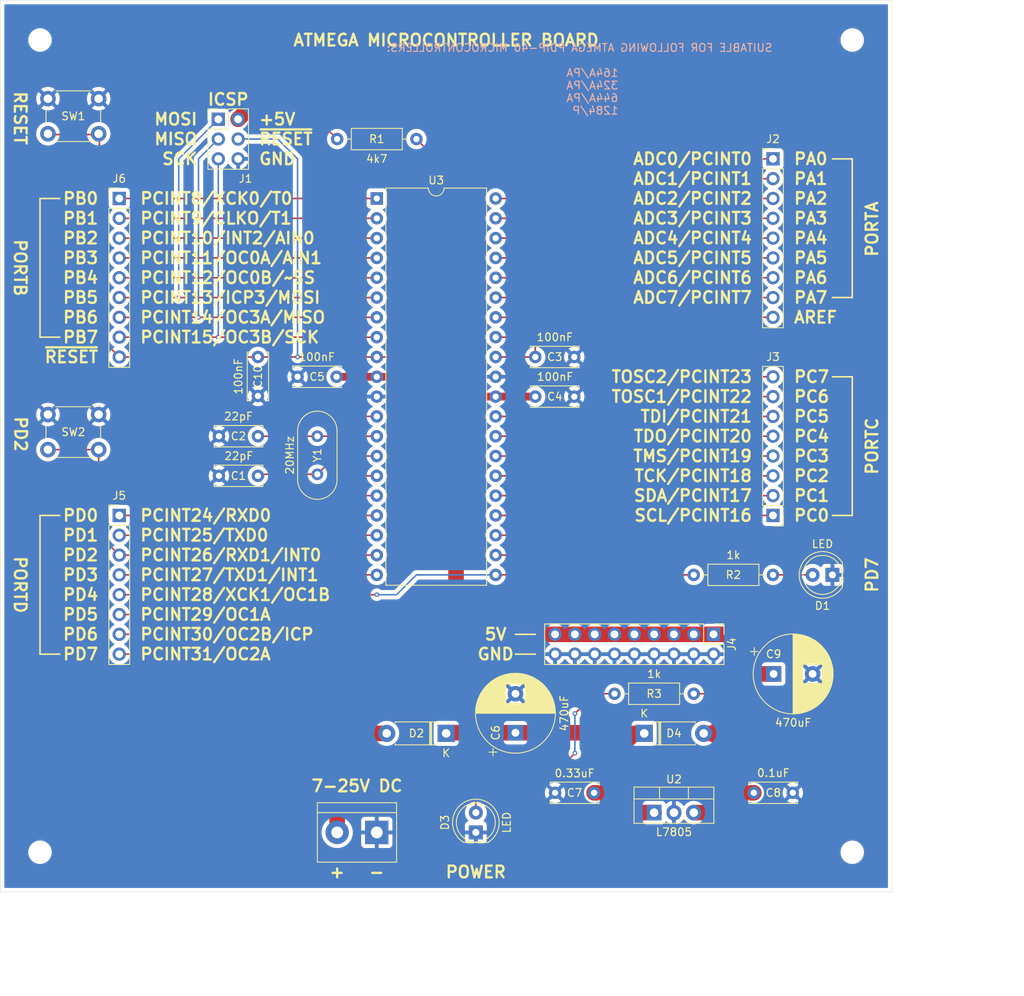
<source format=kicad_pcb>
(kicad_pcb (version 20240108) (generator "pcbnew") (generator_version "8.0")
  (title_block (title "ATmega PDIP-40 microcontroller board") (date "2024-11-01") (rev "A"))
  (layers (0 "F.Cu" signal) (31 "B.Cu" signal) (34 "B.Paste" user) (35 "F.Paste" user) (36 "B.SilkS" user "B.Silkscreen") (37 "F.SilkS" user "F.Silkscreen") (38 "B.Mask" user) (39 "F.Mask" user) (44 "Edge.Cuts" user))
  (net 0 "")
  (net 1 "+5V")
  (net 2 "GND")
  (net 3 "Net-(J1-Pin_1)")
  (net 4 "Net-(J1-Pin_3)")
  (net 5 "Net-(J1-Pin_4)")
  (net 6 "Net-(J1-Pin_5)")
  (net 7 "Net-(D1-A)")
  (net 8 "Net-(J3-Pin_1)")
  (net 9 "Net-(J3-Pin_2)")
  (net 10 "Net-(J3-Pin_3)")
  (net 11 "Net-(J3-Pin_4)")
  (net 12 "Net-(J3-Pin_5)")
  (net 13 "Net-(J3-Pin_6)")
  (net 14 "Net-(J3-Pin_7)")
  (net 15 "Net-(J3-Pin_8)")
  (net 16 "Net-(D2-A)")
  (net 17 "Net-(J2-Pin_9)")
  (net 18 "Net-(J5-Pin_8)")
  (net 19 "Net-(J5-Pin_7)")
  (net 20 "Net-(J5-Pin_6)")
  (net 21 "Net-(J6-Pin_5)")
  (net 22 "Net-(J6-Pin_4)")
  (net 23 "Net-(J6-Pin_3)")
  (net 24 "Net-(J6-Pin_2)")
  (net 25 "Net-(J5-Pin_1)")
  (net 26 "Net-(J5-Pin_2)")
  (net 27 "Net-(J5-Pin_3)")
  (net 28 "Net-(J5-Pin_4)")
  (net 29 "Net-(J5-Pin_5)")
  (net 30 "Net-(J6-Pin_1)")
  (net 31 "Net-(D2-K)")
  (net 32 "Net-(D3-A)")
  (net 33 "Net-(J2-Pin_1)")
  (net 34 "Net-(J2-Pin_2)")
  (net 35 "Net-(J2-Pin_3)")
  (net 36 "Net-(J2-Pin_4)")
  (net 37 "Net-(J2-Pin_5)")
  (net 38 "Net-(J2-Pin_6)")
  (net 39 "Net-(J2-Pin_7)")
  (net 40 "Net-(J2-Pin_8)")
  (net 41 "Net-(U3-XTAL1)")
  (net 42 "Net-(U3-XTAL2)")
  (footprint "Package_DIP:DIP-40_W15.24mm" (layer "F.Cu") (at 73.66 50.8)
    (property "Reference" "U3")
    (property "Value" "ATMEGA644PA" (hide yes))
  )
  (footprint "Diode_THT:D_DO-41_SOD81_P7.62mm_Horizontal" (layer "F.Cu") (at 107.95 119.38)
    (property "Reference" "D4")
    (property "Value" "D" (hide yes))
  )
  (footprint "MountingHole:MountingHole_2.5mm" (layer "F.Cu") (at 30.48 30.48)
    (property "Reference" "H1" (hide yes))
    (property "Value" "MountingHole" (hide yes))
  )
  (footprint "Package_TO_SOT_THT:TO-220-3_Vertical" (layer "F.Cu") (at 109.22 129.54)
    (property "Reference" "U2")
    (property "Value" "L7805")
  )
  (footprint "MountingHole:MountingHole_2.5mm" (layer "F.Cu") (at 30.48 134.62)
    (property "Reference" "H3" (hide yes))
    (property "Value" "MountingHole" (hide yes))
  )
  (footprint "MountingHole:MountingHole_2.5mm" (layer "F.Cu") (at 134.62 134.62)
    (property "Reference" "H4" (hide yes))
    (property "Value" "MountingHole" (hide yes))
  )
  (footprint "Button_Switch_THT:SW_PUSH_6mm" (layer "F.Cu") (at 31.5 38)
    (property "Reference" "SW1" (hide yes))
    (property "Value" "RESET" (hide yes))
  )
  (footprint "Capacitor_THT:C_Disc_D6.0mm_W2.5mm_P5.00mm" (layer "F.Cu") (at 101.52 127 180)
    (property "Reference" "C7")
    (property "Value" "0.33uF")
  )
  (footprint "Resistor_THT:R_Axial_DIN0207_L6.3mm_D2.5mm_P10.16mm_Horizontal" (layer "F.Cu") (at 114.3 114.3 180)
    (property "Reference" "R3")
    (property "Value" "1k")
  )
  (footprint "Capacitor_THT:C_Disc_D6.0mm_W2.5mm_P5.00mm" (layer "F.Cu") (at 122 127)
    (property "Reference" "C8")
    (property "Value" "0.1uF")
  )
  (footprint "Capacitor_THT:C_Disc_D6.0mm_W2.5mm_P5.00mm" (layer "F.Cu") (at 58.42 81.28 180)
    (property "Reference" "C2")
    (property "Value" "22pF")
  )
  (footprint "Capacitor_THT:C_Disc_D6.0mm_W2.5mm_P5.00mm" (layer "F.Cu") (at 98.98 76.2 180)
    (property "Reference" "C4")
    (property "Value" "100nF")
  )
  (footprint "MountingHole:MountingHole_2.5mm" (layer "F.Cu") (at 134.62 30.48)
    (property "Reference" "H2" (hide yes))
    (property "Value" "MountingHole" (hide yes))
  )
  (footprint "LED_THT:LED_D5.0mm" (layer "F.Cu") (at 132.08 99.06 180)
    (property "Reference" "D1")
    (property "Value" "LED")
  )
  (footprint "Crystal:Crystal_HC49-U_Vertical" (layer "F.Cu") (at 66.04 81.28 -90)
    (property "Reference" "Y1")
    (property "Value" "20MHz")
  )
  (footprint "LED_THT:LED_D5.0mm" (layer "F.Cu") (at 86.36 132.08 90)
    (property "Reference" "D3")
    (property "Value" "LED")
  )
  (footprint "Resistor_THT:R_Axial_DIN0207_L6.3mm_D2.5mm_P10.16mm_Horizontal" (layer "F.Cu") (at 68.58 43.18)
    (property "Reference" "R1")
    (property "Value" "4k7")
  )
  (footprint "Connector_PinHeader_2.54mm:PinHeader_1x09_P2.54mm_Vertical" (layer "F.Cu") (at 40.64 50.8)
    (property "Reference" "J6")
    (property "Value" "Conn_01x09" (hide yes))
  )
  (footprint "Capacitor_THT:CP_Radial_D10.0mm_P5.00mm" (layer "F.Cu") (at 124.54 111.76)
    (property "Reference" "C9")
    (property "Value" "470uF")
  )
  (footprint "Connector_PinHeader_2.54mm:PinHeader_1x08_P2.54mm_Vertical" (layer "F.Cu") (at 124.46 91.44 180)
    (property "Reference" "J3")
    (property "Value" "Conn_01x08_Pin" (hide yes))
  )
  (footprint "Resistor_THT:R_Axial_DIN0207_L6.3mm_D2.5mm_P10.16mm_Horizontal" (layer "F.Cu") (at 114.3 99.06)
    (property "Reference" "R2")
    (property "Value" "1k")
  )
  (footprint "TerminalBlock:TerminalBlock_bornier-2_P5.08mm" (layer "F.Cu") (at 73.66 132.08 180)
    (property "Reference" "J8" (hide yes))
    (property "Value" "Screw_Terminal_01x02" (hide yes))
  )
  (footprint "Connector_PinHeader_2.54mm:PinHeader_2x03_P2.54mm_Vertical" (layer "F.Cu") (at 53.34 40.64)
    (property "Reference" "J1")
    (property "Value" "Conn_02x03_Odd_Even" (hide yes))
  )
  (footprint "Capacitor_THT:C_Disc_D6.0mm_W2.5mm_P5.00mm" (layer "F.Cu") (at 58.42 86.36 180)
    (property "Reference" "C1")
    (property "Value" "22pF")
  )
  (footprint "Capacitor_THT:C_Disc_D6.0mm_W2.5mm_P5.00mm" (layer "F.Cu") (at 63.5 73.66)
    (property "Reference" "C5")
    (property "Value" "100nF")
  )
  (footprint "Connector_PinHeader_2.54mm:PinHeader_2x09_P2.54mm_Vertical" (layer "F.Cu") (at 116.84 106.68 -90)
    (property "Reference" "J4")
    (property "Value" "Conn_02x09_Odd_Even" (hide yes))
  )
  (footprint "Diode_THT:D_DO-41_SOD81_P7.62mm_Horizontal" (layer "F.Cu") (at 82.55 119.38 180)
    (property "Reference" "D2")
    (property "Value" "D" (hide yes))
  )
  (footprint "Capacitor_THT:C_Disc_D6.0mm_W2.5mm_P5.00mm" (layer "F.Cu") (at 58.42 71.12 -90)
    (property "Reference" "C10" (hide yes))
    (property "Value" "100nF")
  )
  (footprint "Capacitor_THT:C_Disc_D6.0mm_W2.5mm_P5.00mm" (layer "F.Cu") (at 93.98 71.12)
    (property "Reference" "C3")
    (property "Value" "100nF")
  )
  (footprint "Connector_PinHeader_2.54mm:PinHeader_1x08_P2.54mm_Vertical" (layer "F.Cu") (at 40.64 91.44)
    (property "Reference" "J5")
    (property "Value" "Conn_01x08_Pin" (hide yes))
  )
  (footprint "Connector_PinHeader_2.54mm:PinHeader_1x09_P2.54mm_Vertical" (layer "F.Cu") (at 124.46 45.72)
    (property "Reference" "J2")
    (property "Value" "Conn_01x09" (hide yes))
  )
  (footprint "Button_Switch_THT:SW_PUSH_6mm" (layer "F.Cu") (at 38 83 180)
    (property "Reference" "SW2" (hide yes))
    (property "Value" "PD2" (hide yes))
  )
  (footprint "Capacitor_THT:CP_Radial_D10.0mm_P5.00mm" (layer "F.Cu") (at 91.44 119.3 90)
    (property "Reference" "C6")
    (property "Value" "470uF")
  )
  (gr_line (start 93.98 109.22) (end 91.44 109.22) (stroke (width 0.2)) (layer "F.SilkS"))
  (gr_line (start 93.98 106.68) (end 91.44 106.68) (stroke (width 0.2)) (layer "F.SilkS"))
  (gr_line (start 30.48 50.8) (end 33.02 50.8) (stroke (width 0.2)) (layer "F.SilkS"))
  (gr_line (start 30.48 91.44) (end 30.48 109.22) (stroke (width 0.2)) (layer "F.SilkS"))
  (gr_line (start 134.62 45.72) (end 132.08 45.72) (stroke (width 0.2)) (layer "F.SilkS"))
  (gr_line (start 134.62 45.72) (end 134.62 63.5) (stroke (width 0.2)) (layer "F.SilkS"))
  (gr_line (start 134.62 73.66) (end 134.62 91.44) (stroke (width 0.2)) (layer "F.SilkS"))
  (gr_line (start 30.48 50.8) (end 30.48 68.58) (stroke (width 0.2)) (layer "F.SilkS"))
  (gr_line (start 134.62 91.44) (end 132.08 91.44) (stroke (width 0.2)) (layer "F.SilkS"))
  (gr_line (start 134.62 73.66) (end 132.08 73.66) (stroke (width 0.2)) (layer "F.SilkS"))
  (gr_line (start 30.48 91.44) (end 33.02 91.44) (stroke (width 0.2)) (layer "F.SilkS"))
  (gr_line (start 134.62 63.5) (end 132.08 63.5) (stroke (width 0.2)) (layer "F.SilkS"))
  (gr_line (start 30.48 68.58) (end 33.02 68.58) (stroke (width 0.2)) (layer "F.SilkS"))
  (gr_line (start 30.48 109.22) (end 33.02 109.22) (stroke (width 0.2)) (layer "F.SilkS"))
  (gr_rect (start 25.4 25.4) (end 139.7 139.7) (stroke (width 0.05)) (fill none) (layer "Edge.Cuts"))
  (gr_text "SUITABLE FOR FOLLOWING ATMEGA PDIP-40 MICROCONTROLLERS:\n\n					164A/PA\n					324A/PA\n					644A/PA\n					1284/P" (at 124.46 35.5 0) (layer "B.SilkS") (effects (font (size 1 1)) (justify left mirror)))
  (gr_text "7-25V DC" (at 71.12 127 0) (layer "F.SilkS") (effects (font (size 1.5 1.5) (thickness 0.3) (bold yes)) (justify bottom)))
  (gr_text "PC6" (at 127 76.2 0) (layer "F.SilkS") (effects (font (size 1.5 1.5) (thickness 0.3) (bold yes)) (justify left)))
  (gr_text "+5V" (at 58.42 40.64 0) (layer "F.SilkS") (effects (font (size 1.5 1.5) (thickness 0.3) (bold yes)) (justify left)))
  (gr_text "RESET" (at 27.94 40.5 270) (layer "F.SilkS") (effects (font (size 1.5 1.5) (thickness 0.3) (bold yes))))
  (gr_text "PC5" (at 127 78.74 0) (layer "F.SilkS") (effects (font (size 1.5 1.5) (thickness 0.3) (bold yes)) (justify left)))
  (gr_text "POWER" (at 86.36 137.16 0) (layer "F.SilkS") (effects (font (size 1.5 1.5) (thickness 0.3) (bold yes))))
  (gr_text "PA3" (at 127 53.34 0) (layer "F.SilkS") (effects (font (size 1.5 1.5) (thickness 0.3) (bold yes)) (justify left)))
  (gr_text "PCINT29/OC1A" (at 43.18 104.14 0) (layer "F.SilkS") (effects (font (size 1.5 1.5) (thickness 0.3) (bold yes)) (justify left)))
  (gr_text "ADC6/PCINT6" (at 121.92 60.96 0) (layer "F.SilkS") (effects (font (size 1.5 1.5) (thickness 0.3) (bold yes)) (justify right)))
  (gr_text "GND" (at 88.9 109.22 0) (layer "F.SilkS") (effects (font (size 1.5 1.5) (thickness 0.3) (bold yes))))
  (gr_text "-" (at 73.66 137.16 0) (layer "F.SilkS") (effects (font (size 1.5 1.5) (thickness 0.3) (bold yes))))
  (gr_text "ADC3/PCINT3" (at 121.92 53.34 0) (layer "F.SilkS") (effects (font (size 1.5 1.5) (thickness 0.3) (bold yes)) (justify right)))
  (gr_text "PCINT30/OC2B/ICP" (at 43.18 106.68 0) (layer "F.SilkS") (effects (font (size 1.5 1.5) (thickness 0.3) (bold yes)) (justify left)))
  (gr_text "~{RESET}" (at 38.1 71.12 0) (layer "F.SilkS") (effects (font (size 1.5 1.5) (thickness 0.3) (bold yes)) (justify right)))
  (gr_text "PB4" (at 38.1 60.96 0) (layer "F.SilkS") (effects (font (size 1.5 1.5) (thickness 0.3) (bold yes)) (justify right)))
  (gr_text "TDI/PCINT21" (at 121.92 78.74 0) (layer "F.SilkS") (effects (font (size 1.5 1.5) (thickness 0.3) (bold yes)) (justify right)))
  (gr_text "TOSC2/PCINT23" (at 121.92 73.66 0) (layer "F.SilkS") (effects (font (size 1.5 1.5) (thickness 0.3) (bold yes)) (justify right)))
  (gr_text "PB5" (at 38.1 63.5 0) (layer "F.SilkS") (effects (font (size 1.5 1.5) (thickness 0.3) (bold yes)) (justify right)))
  (gr_text "PCINT8/XCK0/T0" (at 43.18 50.8 0) (layer "F.SilkS") (effects (font (size 1.5 1.5) (thickness 0.3) (bold yes)) (justify left)))
  (gr_text "PD2" (at 28 81 270) (layer "F.SilkS") (effects (font (size 1.5 1.5) (thickness 0.3) (bold yes))))
  (gr_text "SDA/PCINT17" (at 121.92 88.9 0) (layer "F.SilkS") (effects (font (size 1.5 1.5) (thickness 0.3) (bold yes)) (justify right)))
  (gr_text "MOSI" (at 50.8 40.64 0) (layer "F.SilkS") (effects (font (size 1.5 1.5) (thickness 0.3) (bold yes)) (justify right)))
  (gr_text "PCINT12/OC0B/~SS" (at 43.18 60.96 0) (layer "F.SilkS") (effects (font (size 1.5 1.5) (thickness 0.3) (bold yes)) (justify left)))
  (gr_text "SCL/PCINT16" (at 121.92 91.44 0) (layer "F.SilkS") (effects (font (size 1.5 1.5) (thickness 0.3) (bold yes)) (justify right)))
  (gr_text "PC1" (at 127 88.9 0) (layer "F.SilkS") (effects (font (size 1.5 1.5) (thickness 0.3) (bold yes)) (justify left)))
  (gr_text "PCINT31/OC2A" (at 43.18 109.22 0) (layer "F.SilkS") (effects (font (size 1.5 1.5) (thickness 0.3) (bold yes)) (justify left)))
  (gr_text "PA6" (at 127 60.96 0) (layer "F.SilkS") (effects (font (size 1.5 1.5) (thickness 0.3) (bold yes)) (justify left)))
  (gr_text "ADC0/PCINT0" (at 121.92 45.72 0) (layer "F.SilkS") (effects (font (size 1.5 1.5) (thickness 0.3) (bold yes)) (justify right)))
  (gr_text "PD2" (at 38.1 96.52 0) (layer "F.SilkS") (effects (font (size 1.5 1.5) (thickness 0.3) (bold yes)) (justify right)))
  (gr_text "PA1" (at 127 48.26 0) (layer "F.SilkS") (effects (font (size 1.5 1.5) (thickness 0.3) (bold yes)) (justify left)))
  (gr_text "PD1" (at 38.1 93.98 0) (layer "F.SilkS") (effects (font (size 1.5 1.5) (thickness 0.3) (bold yes)) (justify right)))
  (gr_text "PA0" (at 127 45.72 0) (layer "F.SilkS") (effects (font (size 1.5 1.5) (thickness 0.3) (bold yes)) (justify left)))
  (gr_text "PB2" (at 38.1 55.88 0) (layer "F.SilkS") (effects (font (size 1.5 1.5) (thickness 0.3) (bold yes)) (justify right)))
  (gr_text "ADC5/PCINT5" (at 121.92 58.42 0) (layer "F.SilkS") (effects (font (size 1.5 1.5) (thickness 0.3) (bold yes)) (justify right)))
  (gr_text "PB1" (at 38.1 53.34 0) (layer "F.SilkS") (effects (font (size 1.5 1.5) (thickness 0.3) (bold yes)) (justify right)))
  (gr_text "PD6" (at 38.1 106.68 0) (layer "F.SilkS") (effects (font (size 1.5 1.5) (thickness 0.3) (bold yes)) (justify right)))
  (gr_text "PC0" (at 127 91.44 0) (layer "F.SilkS") (effects (font (size 1.5 1.5) (thickness 0.3) (bold yes)) (justify left)))
  (gr_text "PA7" (at 127 63.5 0) (layer "F.SilkS") (effects (font (size 1.5 1.5) (thickness 0.3) (bold yes)) (justify left)))
  (gr_text "PCINT15/OC3B/SCK" (at 43.18 68.58 0) (layer "F.SilkS") (effects (font (size 1.5 1.5) (thickness 0.3) (bold yes)) (justify left)))
  (gr_text "PORTA" (at 137.16 58.42 90) (layer "F.SilkS") (effects (font (size 1.5 1.5) (thickness 0.3) (bold yes)) (justify left)))
  (gr_text "PA2" (at 127 50.8 0) (layer "F.SilkS") (effects (font (size 1.5 1.5) (thickness 0.3) (bold yes)) (justify left)))
  (gr_text "PCINT24/RXD0" (at 43.18 91.44 0) (layer "F.SilkS") (effects (font (size 1.5 1.5) (thickness 0.3) (bold yes)) (justify left)))
  (gr_text "MISO" (at 50.8 43.18 0) (layer "F.SilkS") (effects (font (size 1.5 1.5) (thickness 0.3) (bold yes)) (justify right)))
  (gr_text "SCK" (at 50.8 45.72 0) (layer "F.SilkS") (effects (font (size 1.5 1.5) (thickness 0.3) (bold yes)) (justify right)))
  (gr_text "PB6" (at 38.1 66.04 0) (layer "F.SilkS") (effects (font (size 1.5 1.5) (thickness 0.3) (bold yes)) (justify right)))
  (gr_text "5V" (at 88.9 106.68 0) (layer "F.SilkS") (effects (font (size 1.5 1.5) (thickness 0.3) (bold yes))))
  (gr_text "PCINT9/CLKO/T1" (at 43.18 53.34 0) (layer "F.SilkS") (effects (font (size 1.5 1.5) (thickness 0.3) (bold yes)) (justify left)))
  (gr_text "ADC7/PCINT7" (at 121.92 63.5 0) (layer "F.SilkS") (effects (font (size 1.5 1.5) (thickness 0.3) (bold yes)) (justify right)))
  (gr_text "PA5" (at 127 58.42 0) (layer "F.SilkS") (effects (font (size 1.5 1.5) (thickness 0.3) (bold yes)) (justify left)))
  (gr_text "+" (at 68.58 137.16 0) (layer "F.SilkS") (effects (font (size 1.5 1.5) (thickness 0.3) (bold yes))))
  (gr_text "PC2" (at 127 86.36 0) (layer "F.SilkS") (effects (font (size 1.5 1.5) (thickness 0.3) (bold yes)) (justify left)))
  (gr_text "PD3" (at 38.1 99.06 0) (layer "F.SilkS") (effects (font (size 1.5 1.5) (thickness 0.3) (bold yes)) (justify right)))
  (gr_text "ADC1/PCINT1" (at 121.92 48.26 0) (layer "F.SilkS") (effects (font (size 1.5 1.5) (thickness 0.3) (bold yes)) (justify right)))
  (gr_text "PD5" (at 38.1 104.14 0) (layer "F.SilkS") (effects (font (size 1.5 1.5) (thickness 0.3) (bold yes)) (justify right)))
  (gr_text "TCK/PCINT18" (at 121.92 86.36 0) (layer "F.SilkS") (effects (font (size 1.5 1.5) (thickness 0.3) (bold yes)) (justify right)))
  (gr_text "ATMEGA MICROCONTROLLER BOARD" (at 82.55 30.5 0) (layer "F.SilkS") (effects (font (size 1.5 1.5) (thickness 0.3) (bold yes))))
  (gr_text "PCINT14/OC3A/MISO" (at 43.18 66.04 0) (layer "F.SilkS") (effects (font (size 1.5 1.5) (thickness 0.3) (bold yes)) (justify left)))
  (gr_text "PCINT27/TXD1/INT1" (at 43.18 99.06 0) (layer "F.SilkS") (effects (font (size 1.5 1.5) (thickness 0.3) (bold yes)) (justify left)))
  (gr_text "TOSC1/PCINT22" (at 121.92 76.2 0) (layer "F.SilkS") (effects (font (size 1.5 1.5) (thickness 0.3) (bold yes)) (justify right)))
  (gr_text "PB7" (at 38.1 68.58 0) (layer "F.SilkS") (effects (font (size 1.5 1.5) (thickness 0.3) (bold yes)) (justify right)))
  (gr_text "PC4" (at 127 81.28 0) (layer "F.SilkS") (effects (font (size 1.5 1.5) (thickness 0.3) (bold yes)) (justify left)))
  (gr_text "PD4" (at 38.1 101.6 0) (layer "F.SilkS") (effects (font (size 1.5 1.5) (thickness 0.3) (bold yes)) (justify right)))
  (gr_text "ADC4/PCINT4" (at 121.92 55.88 0) (layer "F.SilkS") (effects (font (size 1.5 1.5) (thickness 0.3) (bold yes)) (justify right)))
  (gr_text "PORTC" (at 137.16 86.36 90) (layer "F.SilkS") (effects (font (size 1.5 1.5) (thickness 0.3) (bold yes)) (justify left)))
  (gr_text "PA4" (at 127 55.88 0) (layer "F.SilkS") (effects (font (size 1.5 1.5) (thickness 0.3) (bold yes)) (justify left)))
  (gr_text "PCINT11/OC0A/AIN1" (at 43.18 58.42 0) (layer "F.SilkS") (effects (font (size 1.5 1.5) (thickness 0.3) (bold yes)) (justify left)))
  (gr_text "PCINT28/XCK1/OC1B" (at 43.18 101.6 0) (layer "F.SilkS") (effects (font (size 1.5 1.5) (thickness 0.3) (bold yes)) (justify left)))
  (gr_text "PB3" (at 38.1 58.42 0) (layer "F.SilkS") (effects (font (size 1.5 1.5) (thickness 0.3) (bold yes)) (justify right)))
  (gr_text "PORTD" (at 27.94 96.52 270) (layer "F.SilkS") (effects (font (size 1.5 1.5) (thickness 0.3) (bold yes)) (justify left)))
  (gr_text "PORTB" (at 27.94 55.88 270) (layer "F.SilkS") (effects (font (size 1.5 1.5) (thickness 0.3) (bold yes)) (justify left)))
  (gr_text "PD7" (at 137.16 99.06 90) (layer "F.SilkS") (effects (font (size 1.5 1.5) (thickness 0.3) (bold yes))))
  (gr_text "PCINT10/INT2/AIN0" (at 43.18 55.88 0) (layer "F.SilkS") (effects (font (size 1.5 1.5) (thickness 0.3) (bold yes)) (justify left)))
  (gr_text "ADC2/PCINT2" (at 121.92 50.8 0) (layer "F.SilkS") (effects (font (size 1.5 1.5) (thickness 0.3) (bold yes)) (justify right)))
  (gr_text "PD7" (at 38.1 109.22 0) (layer "F.SilkS") (effects (font (size 1.5 1.5) (thickness 0.3) (bold yes)) (justify right)))
  (gr_text "GND" (at 58.42 45.72 0) (layer "F.SilkS") (effects (font (size 1.5 1.5) (thickness 0.3) (bold yes)) (justify left)))
  (gr_text "PCINT13/ICP3/MOSI" (at 43.18 63.5 0) (layer "F.SilkS") (effects (font (size 1.5 1.5) (thickness 0.3) (bold yes)) (justify left)))
  (gr_text "PD0" (at 38.1 91.44 0) (layer "F.SilkS") (effects (font (size 1.5 1.5) (thickness 0.3) (bold yes)) (justify right)))
  (gr_text "PB0" (at 38.1 50.8 0) (layer "F.SilkS") (effects (font (size 1.5 1.5) (thickness 0.3) (bold yes)) (justify right)))
  (gr_text "PC3" (at 127 83.82 0) (layer "F.SilkS") (effects (font (size 1.5 1.5) (thickness 0.3) (bold yes)) (justify left)))
  (gr_text "TDO/PCINT20" (at 121.92 81.28 0) (layer "F.SilkS") (effects (font (size 1.5 1.5) (thickness 0.3) (bold yes)) (justify right)))
  (gr_text "~{RESET}" (at 58.42 43.18 0) (layer "F.SilkS") (effects (font (size 1.5 1.5) (thickness 0.3) (bold yes)) (justify left)))
  (gr_text "TMS/PCINT19" (at 121.92 83.82 0) (layer "F.SilkS") (effects (font (size 1.5 1.5) (thickness 0.3) (bold yes)) (justify right)))
  (gr_text "PCINT25/TXD0" (at 43.18 93.98 0) (layer "F.SilkS") (effects (font (size 1.5 1.5) (thickness 0.3) (bold yes)) (justify left)))
  (gr_text "AREF" (at 127 66.04 0) (layer "F.SilkS") (effects (font (size 1.5 1.5) (thickness 0.3) (bold yes)) (justify left)))
  (gr_text "PCINT26/RXD1/INT0" (at 43.18 96.52 0) (layer "F.SilkS") (effects (font (size 1.5 1.5) (thickness 0.3) (bold yes)) (justify left)))
  (gr_text "PC7" (at 127 73.66 0) (layer "F.SilkS") (effects (font (size 1.5 1.5) (thickness 0.3) (bold yes)) (justify left)))
  (gr_text "ICSP" (at 54.61 38.1 0) (layer "F.SilkS") (effects (font (size 1.5 1.5) (thickness 0.3) (bold yes))))
  (segment (start 66.04 38.1) (end 58.42 38.1) (width 2) (layer "F.Cu") (net 1))
  (segment (start 73.66 73.66) (end 83.82 73.66) (width 1) (layer "F.Cu") (net 1))
  (segment (start 58.42 38.1) (end 55.88 40.64) (width 2) (layer "F.Cu") (net 1))
  (segment (start 83.82 99.06) (end 83.82 101.6) (width 2) (layer "F.Cu") (net 1))
  (segment (start 119.38 127) (end 122 127) (width 2) (layer "F.Cu") (net 1))
  (segment (start 116.84 119.38) (end 121.92 114.3) (width 2) (layer "F.Cu") (net 1))
  (segment (start 83.82 101.6) (end 88.9 106.68) (width 2) (layer "F.Cu") (net 1))
  (segment (start 115.57 119.38) (end 116.84 119.38) (width 2) (layer "F.Cu") (net 1))
  (segment (start 73.66 73.66) (end 68.58 73.66) (width 1) (layer "F.Cu") (net 1))
  (segment (start 66.04 40.64) (end 66.04 38.1) (width 0.2) (layer "F.Cu") (net 1))
  (segment (start 119.38 106.68) (end 116.84 106.68) (width 2) (layer "F.Cu") (net 1))
  (segment (start 88.9 106.68) (end 96.52 106.68) (width 2) (layer "F.Cu") (net 1))
  (segment (start 88.9 76.2) (end 93.98 76.2) (width 1) (layer "F.Cu") (net 1))
  (segment (start 119.38 127) (end 116.84 129.54) (width 2) (layer "F.Cu") (net 1))
  (segment (start 121.92 111.76) (end 121.92 114.3) (width 2) (layer "F.Cu") (net 1))
  (segment (start 116.84 106.68) (end 99.06 106.68) (width 2) (layer "F.Cu") (net 1))
  (segment (start 81.28 38.1) (end 66.04 38.1) (width 2) (layer "F.Cu") (net 1))
  (segment (start 116.84 119.38) (end 119.38 121.92) (width 2) (layer "F.Cu") (net 1))
  (segment (start 116.84 114.3) (end 119.38 111.76) (width 0.2) (layer "F.Cu") (net 1))
  (segment (start 114.3 114.3) (end 116.84 114.3) (width 0.2) (layer "F.Cu") (net 1))
  (segment (start 68.58 43.18) (end 66.04 40.64) (width 0.2) (layer "F.Cu") (net 1))
  (segment (start 83.82 76.2) (end 83.82 99.06) (width 2) (layer "F.Cu") (net 1))
  (segment (start 83.82 73.66) (end 83.82 76.2) (width 2) (layer "F.Cu") (net 1))
  (segment (start 119.38 111.76) (end 121.92 111.76) (width 0.2) (layer "F.Cu") (net 1))
  (segment (start 99.06 106.68) (end 96.52 106.68) (width 2) (layer "F.Cu") (net 1))
  (segment (start 88.9 76.2) (end 83.82 76.2) (width 1) (layer "F.Cu") (net 1))
  (segment (start 121.92 109.22) (end 119.38 106.68) (width 2) (layer "F.Cu") (net 1))
  (segment (start 121.92 111.76) (end 124.54 111.76) (width 2) (layer "F.Cu") (net 1))
  (segment (start 119.38 121.92) (end 119.38 127) (width 2) (layer "F.Cu") (net 1))
  (segment (start 83.82 73.66) (end 83.82 40.64) (width 2) (layer "F.Cu") (net 1))
  (segment (start 116.84 129.54) (end 114.3 129.54) (width 2) (layer "F.Cu") (net 1))
  (segment (start 83.82 40.64) (end 81.28 38.1) (width 2) (layer "F.Cu") (net 1))
  (segment (start 121.92 109.22) (end 121.92 111.76) (width 2) (layer "F.Cu") (net 1))
  (segment (start 48.26 63.5) (end 45.72 63.5) (width 0.2) (layer "F.Cu") (net 3))
  (segment (start 45.72 63.5) (end 40.64 63.5) (width 0.2) (layer "F.Cu") (net 3))
  (segment (start 53.34 63.5) (end 48.26 63.5) (width 0.2) (layer "F.Cu") (net 3))
  (segment (start 58.42 63.5) (end 53.34 63.5) (width 0.2) (layer "F.Cu") (net 3))
  (segment (start 58.42 63.5) (end 73.66 63.5) (width 0.2) (layer "F.Cu") (net 3))
  (via (at 48.26 63.5) (size 0.6) (drill 0.3) (layers "F.Cu" "B.Cu") (net 3))
  (segment (start 48.26 45.72) (end 53.34 40.64) (width 0.2) (layer "B.Cu") (net 3))
  (segment (start 48.26 63.5) (end 48.26 45.72) (width 0.2) (layer "B.Cu") (net 3))
  (segment (start 60.96 66.04) (end 55.88 66.04) (width 0.2) (layer "F.Cu") (net 4))
  (segment (start 63.5 66.04) (end 73.66 66.04) (width 0.2) (layer "F.Cu") (net 4))
  (segment (start 60.96 66.04) (end 63.5 66.04) (width 0.2) (layer "F.Cu") (net 4))
  (segment (start 55.88 66.04) (end 50.8 66.04) (width 0.2) (layer "F.Cu") (net 4))
  (segment (start 50.8 66.04) (end 40.64 66.04) (width 0.2) (layer "F.Cu") (net 4))
  (via (at 50.8 66.04) (size 0.6) (drill 0.3) (layers "F.Cu" "B.Cu") (net 4))
  (segment (start 50.8 66.04) (end 50.8 45.72) (width 0.2) (layer "B.Cu") (net 4))
  (segment (start 50.8 45.72) (end 53.34 43.18) (width 0.2) (layer "B.Cu") (net 4))
  (segment (start 81.28 68.58) (end 78.74 71.12) (width 0.2) (layer "F.Cu") (net 5))
  (segment (start 38.1 68.58) (end 38.1 42.6) (width 0.2) (layer "F.Cu") (net 5))
  (segment (start 78.74 71.12) (end 73.66 71.12) (width 0.2) (layer "F.Cu") (net 5))
  (segment (start 40.64 71.12) (end 38.1 68.58) (width 0.2) (layer "F.Cu") (net 5))
  (segment (start 78.74 43.18) (end 81.28 45.72) (width 0.2) (layer "F.Cu") (net 5))
  (segment (start 63.5 71.12) (end 68.58 71.12) (width 0.2) (layer "F.Cu") (net 5))
  (segment (start 68.58 71.12) (end 73.66 71.12) (width 0.2) (layer "F.Cu") (net 5))
  (segment (start 63.5 71.12) (end 40.64 71.12) (width 0.2) (layer "F.Cu") (net 5))
  (segment (start 81.28 45.72) (end 81.28 68.58) (width 0.2) (layer "F.Cu") (net 5))
  (segment (start 38.1 42.6) (end 31.6 42.6) (width 0.2) (layer "F.Cu") (net 5))
  (via (at 63.5 71.12) (size 0.6) (drill 0.3) (layers "F.Cu" "B.Cu") (net 5))
  (segment (start 63.5 71.12) (end 63.5 45.72) (width 0.2) (layer "B.Cu") (net 5))
  (segment (start 63.5 45.72) (end 60.96 43.18) (width 0.2) (layer "B.Cu") (net 5))
  (segment (start 60.96 43.18) (end 55.88 43.18) (width 0.2) (layer "B.Cu") (net 5))
  (segment (start 53.34 68.58) (end 50.8 68.58) (width 0.2) (layer "F.Cu") (net 6))
  (segment (start 66.04 68.58) (end 73.66 68.58) (width 0.2) (layer "F.Cu") (net 6))
  (segment (start 58.42 68.58) (end 53.34 68.58) (width 0.2) (layer "F.Cu") (net 6))
  (segment (start 50.8 68.58) (end 40.64 68.58) (width 0.2) (layer "F.Cu") (net 6))
  (segment (start 63.5 68.58) (end 66.04 68.58) (width 0.2) (layer "F.Cu") (net 6))
  (segment (start 63.5 68.58) (end 58.42 68.58) (width 0.2) (layer "F.Cu") (net 6))
  (via (at 53.34 68.58) (size 0.6) (drill 0.3) (layers "F.Cu" "B.Cu") (net 6))
  (segment (start 53.34 45.72) (end 53.34 68.58) (width 0.2) (layer "B.Cu") (net 6))
  (segment (start 124.46 99.06) (end 129.54 99.06) (width 0.2) (layer "F.Cu") (net 7))
  (segment (start 101.6 96.52) (end 106.68 91.44) (width 0.2) (layer "F.Cu") (net 8))
  (segment (start 106.68 91.44) (end 124.46 91.44) (width 0.2) (layer "F.Cu") (net 8))
  (segment (start 88.9 96.52) (end 101.6 96.52) (width 0.2) (layer "F.Cu") (net 8))
  (segment (start 106.68 88.9) (end 124.46 88.9) (width 0.2) (layer "F.Cu") (net 9))
  (segment (start 88.9 93.98) (end 101.6 93.98) (width 0.2) (layer "F.Cu") (net 9))
  (segment (start 101.6 93.98) (end 106.68 88.9) (width 0.2) (layer "F.Cu") (net 9))
  (segment (start 88.9 91.44) (end 101.6 91.44) (width 0.2) (layer "F.Cu") (net 10))
  (segment (start 101.6 91.44) (end 106.68 86.36) (width 0.2) (layer "F.Cu") (net 10))
  (segment (start 106.68 86.36) (end 124.46 86.36) (width 0.2) (layer "F.Cu") (net 10))
  (segment (start 101.6 88.9) (end 106.68 83.82) (width 0.2) (layer "F.Cu") (net 11))
  (segment (start 88.9 88.9) (end 101.6 88.9) (width 0.2) (layer "F.Cu") (net 11))
  (segment (start 106.68 83.82) (end 124.46 83.82) (width 0.2) (layer "F.Cu") (net 11))
  (segment (start 88.9 86.36) (end 101.6 86.36) (width 0.2) (layer "F.Cu") (net 12))
  (segment (start 101.6 86.36) (end 106.68 81.28) (width 0.2) (layer "F.Cu") (net 12))
  (segment (start 106.68 81.28) (end 124.46 81.28) (width 0.2) (layer "F.Cu") (net 12))
  (segment (start 88.9 83.82) (end 101.6 83.82) (width 0.2) (layer "F.Cu") (net 13))
  (segment (start 106.68 78.74) (end 124.46 78.74) (width 0.2) (layer "F.Cu") (net 13))
  (segment (start 101.6 83.82) (end 106.68 78.74) (width 0.2) (layer "F.Cu") (net 13))
  (segment (start 101.6 81.28) (end 106.68 76.2) (width 0.2) (layer "F.Cu") (net 14))
  (segment (start 88.9 81.28) (end 101.6 81.28) (width 0.2) (layer "F.Cu") (net 14))
  (segment (start 106.68 76.2) (end 124.46 76.2) (width 0.2) (layer "F.Cu") (net 14))
  (segment (start 88.9 78.74) (end 101.6 78.74) (width 0.2) (layer "F.Cu") (net 15))
  (segment (start 101.6 78.74) (end 106.68 73.66) (width 0.2) (layer "F.Cu") (net 15))
  (segment (start 106.68 73.66) (end 124.46 73.66) (width 0.2) (layer "F.Cu") (net 15))
  (segment (start 68.58 121.92) (end 71.12 119.38) (width 2) (layer "F.Cu") (net 16))
  (segment (start 68.58 132.08) (end 68.58 121.92) (width 2) (layer "F.Cu") (net 16))
  (segment (start 71.12 119.38) (end 74.93 119.38) (width 2) (layer "F.Cu") (net 16))
  (segment (start 93.98 71.12) (end 93.98 68.58) (width 0.2) (layer "F.Cu") (net 17))
  (segment (start 93.98 71.12) (end 88.9 71.12) (width 0.2) (layer "F.Cu") (net 17))
  (segment (start 96.52 66.04) (end 124.46 66.04) (width 0.2) (layer "F.Cu") (net 17))
  (segment (start 93.98 68.58) (end 96.52 66.04) (width 0.2) (layer "F.Cu") (net 17))
  (segment (start 63.5 109.22) (end 50.8 109.22) (width 0.2) (layer "F.Cu") (net 18))
  (segment (start 71.12 101.6) (end 63.5 109.22) (width 0.2) (layer "F.Cu") (net 18))
  (segment (start 73.66 101.6) (end 71.12 101.6) (width 0.2) (layer "F.Cu") (net 18))
  (segment (start 88.9 99.06) (end 114.3 99.06) (width 0.2) (layer "F.Cu") (net 18))
  (segment (start 50.8 109.22) (end 40.64 109.22) (width 0.2) (layer "F.Cu") (net 18))
  (via (at 73.66 101.6) (size 0.6) (drill 0.3) (layers "F.Cu" "B.Cu") (net 18))
  (segment (start 76.2 101.6) (end 73.66 101.6) (width 0.2) (layer "B.Cu") (net 18))
  (segment (start 88.9 99.06) (end 78.74 99.06) (width 0.2) (layer "B.Cu") (net 18))
  (segment (start 78.74 99.06) (end 76.2 101.6) (width 0.2) (layer "B.Cu") (net 18))
  (segment (start 71.12 99.06) (end 63.5 106.68) (width 0.2) (layer "F.Cu") (net 19))
  (segment (start 73.66 99.06) (end 71.12 99.06) (width 0.2) (layer "F.Cu") (net 19))
  (segment (start 63.5 106.68) (end 40.64 106.68) (width 0.2) (layer "F.Cu") (net 19))
  (segment (start 73.66 96.52) (end 71.12 96.52) (width 0.2) (layer "F.Cu") (net 20))
  (segment (start 63.5 104.14) (end 40.64 104.14) (width 0.2) (layer "F.Cu") (net 20))
  (segment (start 71.12 96.52) (end 63.5 104.14) (width 0.2) (layer "F.Cu") (net 20))
  (segment (start 73.66 60.96) (end 40.64 60.96) (width 0.2) (layer "F.Cu") (net 21))
  (segment (start 73.66 58.42) (end 40.64 58.42) (width 0.2) (layer "F.Cu") (net 22))
  (segment (start 73.66 55.88) (end 40.64 55.88) (width 0.2) (layer "F.Cu") (net 23))
  (segment (start 73.66 53.34) (end 40.64 53.34) (width 0.2) (layer "F.Cu") (net 24))
  (segment (start 63.5 91.44) (end 40.64 91.44) (width 0.2) (layer "F.Cu") (net 25))
  (segment (start 71.12 83.82) (end 63.5 91.44) (width 0.2) (layer "F.Cu") (net 25))
  (segment (start 73.66 83.82) (end 71.12 83.82) (width 0.2) (layer "F.Cu") (net 25))
  (segment (start 71.12 86.36) (end 63.5 93.98) (width 0.2) (layer "F.Cu") (net 26))
  (segment (start 63.5 93.98) (end 40.64 93.98) (width 0.2) (layer "F.Cu") (net 26))
  (segment (start 73.66 86.36) (end 71.12 86.36) (width 0.2) (layer "F.Cu") (net 26))
  (segment (start 73.66 88.9) (end 71.12 88.9) (width 0.2) (layer "F.Cu") (net 27))
  (segment (start 31.5 83.14) (end 31.6 83.24) (width 0.2) (layer "F.Cu") (net 27))
  (segment (start 71.12 88.9) (end 63.5 96.52) (width 0.2) (layer "F.Cu") (net 27))
  (segment (start 63.5 96.52) (end 40.64 96.52) (width 0.2) (layer "F.Cu") (net 27))
  (segment (start 31.5 83) (end 31.5 83.14) (width 0.2) (layer "F.Cu") (net 27))
  (segment (start 38 93.88) (end 38 83) (width 0.2) (layer "F.Cu") (net 27))
  (segment (start 38 83) (end 31.5 83) (width 0.2) (layer "F.Cu") (net 27))
  (segment (start 40.64 96.52) (end 38 93.88) (width 0.2) (layer "F.Cu") (net 27))
  (segment (start 63.5 99.06) (end 40.64 99.06) (width 0.2) (layer "F.Cu") (net 28))
  (segment (start 71.12 91.44) (end 63.5 99.06) (width 0.2) (layer "F.Cu") (net 28))
  (segment (start 73.66 91.44) (end 71.12 91.44) (width 0.2) (layer "F.Cu") (net 28))
  (segment (start 71.12 93.98) (end 63.5 101.6) (width 0.2) (layer "F.Cu") (net 29))
  (segment (start 63.5 101.6) (end 40.64 101.6) (width 0.2) (layer "F.Cu") (net 29))
  (segment (start 73.66 93.98) (end 71.12 93.98) (width 0.2) (layer "F.Cu") (net 29))
  (segment (start 45.72 50.8) (end 40.64 50.8) (width 0.2) (layer "F.Cu") (net 30))
  (segment (start 73.66 50.8) (end 45.72 50.8) (width 0.2) (layer "F.Cu") (net 30))
  (segment (start 104.14 121.92) (end 106.68 119.38) (width 2) (layer "F.Cu") (net 31))
  (segment (start 106.68 119.38) (end 107.95 119.38) (width 2) (layer "F.Cu") (net 31))
  (segment (start 91.36 119.38) (end 91.44 119.3) (width 0.2) (layer "F.Cu") (net 31))
  (segment (start 104.14 127) (end 101.52 127) (width 2) (layer "F.Cu") (net 31))
  (segment (start 104.14 127) (end 106.68 129.54) (width 2) (layer "F.Cu") (net 31))
  (segment (start 106.68 129.54) (end 109.22 129.54) (width 2) (layer "F.Cu") (net 31))
  (segment (start 101.52 119.3) (end 104.14 121.92) (width 2) (layer "F.Cu") (net 31))
  (segment (start 91.44 119.3) (end 101.52 119.3) (width 2) (layer "F.Cu") (net 31))
  (segment (start 104.14 121.92) (end 104.14 127) (width 2) (layer "F.Cu") (net 31))
  (segment (start 91.44 119.3) (end 82.63 119.3) (width 2) (layer "F.Cu") (net 31))
  (segment (start 82.63 119.3) (end 82.55 119.38) (width 0.2) (layer "F.Cu") (net 31))
  (segment (start 86.36 127) (end 86.36 129.54) (width 0.2) (layer "F.Cu") (net 32))
  (segment (start 104.14 114.3) (end 101.6 114.3) (width 0.2) (layer "F.Cu") (net 32))
  (segment (start 88.9 124.46) (end 86.36 127) (width 0.2) (layer "F.Cu") (net 32))
  (segment (start 96.52 124.46) (end 88.9 124.46) (width 0.2) (layer "F.Cu") (net 32))
  (segment (start 101.6 114.3) (end 99.06 116.84) (width 0.2) (layer "F.Cu") (net 32))
  (segment (start 99.06 121.92) (end 96.52 124.46) (width 0.2) (layer "F.Cu") (net 32))
  (via (at 99.06 121.92) (size 0.6) (drill 0.3) (layers "F.Cu" "B.Cu") (net 32))
  (via (at 99.06 116.84) (size 0.6) (drill 0.3) (layers "F.Cu" "B.Cu") (net 32))
  (segment (start 99.06 116.84) (end 99.06 121.92) (width 0.2) (layer "B.Cu") (net 32))
  (segment (start 96.52 45.72) (end 124.46 45.72) (width 0.2) (layer "F.Cu") (net 33))
  (segment (start 91.44 50.8) (end 96.52 45.72) (width 0.2) (layer "F.Cu") (net 33))
  (segment (start 88.9 50.8) (end 91.44 50.8) (width 0.2) (layer "F.Cu") (net 33))
  (segment (start 88.9 53.34) (end 91.44 53.34) (width 0.2) (layer "F.Cu") (net 34))
  (segment (start 96.52 48.26) (end 124.46 48.26) (width 0.2) (layer "F.Cu") (net 34))
  (segment (start 91.44 53.34) (end 96.52 48.26) (width 0.2) (layer "F.Cu") (net 34))
  (segment (start 88.9 55.88) (end 91.44 55.88) (width 0.2) (layer "F.Cu") (net 35))
  (segment (start 96.52 50.8) (end 124.46 50.8) (width 0.2) (layer "F.Cu") (net 35))
  (segment (start 91.44 55.88) (end 96.52 50.8) (width 0.2) (layer "F.Cu") (net 35))
  (segment (start 88.9 58.42) (end 91.44 58.42) (width 0.2) (layer "F.Cu") (net 36))
  (segment (start 91.44 58.42) (end 96.52 53.34) (width 0.2) (layer "F.Cu") (net 36))
  (segment (start 96.52 53.34) (end 124.46 53.34) (width 0.2) (layer "F.Cu") (net 36))
  (segment (start 96.52 55.88) (end 124.46 55.88) (width 0.2) (layer "F.Cu") (net 37))
  (segment (start 91.44 60.96) (end 96.52 55.88) (width 0.2) (layer "F.Cu") (net 37))
  (segment (start 88.9 60.96) (end 91.44 60.96) (width 0.2) (layer "F.Cu") (net 37))
  (segment (start 88.9 63.5) (end 91.44 63.5) (width 0.2) (layer "F.Cu") (net 38))
  (segment (start 96.52 58.42) (end 124.46 58.42) (width 0.2) (layer "F.Cu") (net 38))
  (segment (start 91.44 63.5) (end 96.52 58.42) (width 0.2) (layer "F.Cu") (net 38))
  (segment (start 91.44 66.04) (end 96.52 60.96) (width 0.2) (layer "F.Cu") (net 39))
  (segment (start 88.9 66.04) (end 91.44 66.04) (width 0.2) (layer "F.Cu") (net 39))
  (segment (start 96.52 60.96) (end 124.46 60.96) (width 0.2) (layer "F.Cu") (net 39))
  (segment (start 88.9 68.58) (end 91.44 68.58) (width 0.2) (layer "F.Cu") (net 40))
  (segment (start 91.44 68.58) (end 96.52 63.5) (width 0.2) (layer "F.Cu") (net 40))
  (segment (start 96.52 63.5) (end 124.46 63.5) (width 0.2) (layer "F.Cu") (net 40))
  (segment (start 66.04 86.16) (end 58.62 86.16) (width 0.2) (layer "F.Cu") (net 41))
  (segment (start 58.62 86.16) (end 58.42 86.36) (width 0.2) (layer "F.Cu") (net 41))
  (segment (start 70.92 81.28) (end 66.04 86.16) (width 0.2) (layer "F.Cu") (net 41))
  (segment (start 73.66 81.28) (end 70.92 81.28) (width 0.2) (layer "F.Cu") (net 41))
  (segment (start 66.04 81.28) (end 58.42 81.28) (width 0.2) (layer "F.Cu") (net 42))
  (segment (start 73.66 78.74) (end 71.12 78.74) (width 0.2) (layer "F.Cu") (net 42))
  (segment (start 68.58 81.28) (end 66.04 81.28) (width 0.2) (layer "F.Cu") (net 42))
  (segment (start 71.12 78.74) (end 68.58 81.28) (width 0.2) (layer "F.Cu") (net 42))
  (zone (net 2) (net_name "GND") (layer "B.Cu") (connect_pads (clearance 0.5)) (min_thickness 0.25) (fill yes (thermal_gap 0.5) (thermal_bridge_width 0.5))
    (polygon (pts (xy 25.4 25.4) (xy 139.7 25.4) (xy 139.7 139.7) (xy 25.4 139.7)))
  )
)
</source>
